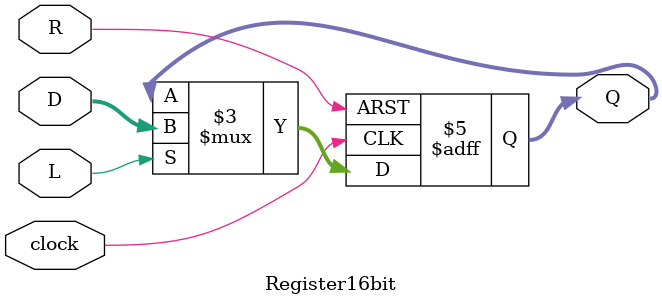
<source format=v>
module Register16bit(Q, D, L, R, clock);
	parameter N = 16; // number of bits
	output reg [N-1:0]Q; // registered output
	input [N-1:0]D; // data input
	input L; // load enable
	input R; // positive logic asynchronous reset
	input clock; // positive edge clock
	
	always @(posedge clock or posedge R) begin
		if(R)
			Q <= 0;
		else if(L)
			Q <= D;
		else
			Q <= Q;
	end
endmodule

</source>
